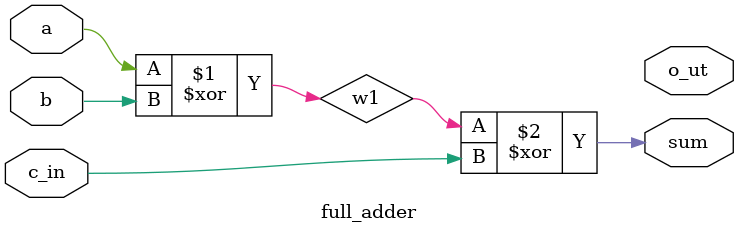
<source format=v>
`timescale 1ns / 1ps


module full_adder(input a, b, c_in, output sum, o_ut);
  wire w1, w2, w3;
  
  xor (w1, a, b);
  xor (sum, w1, c_in);
  and (w2, a, b);
  and (w3, w1, c_in);
  or (c_out, w2, w3);
 endmodule


</source>
